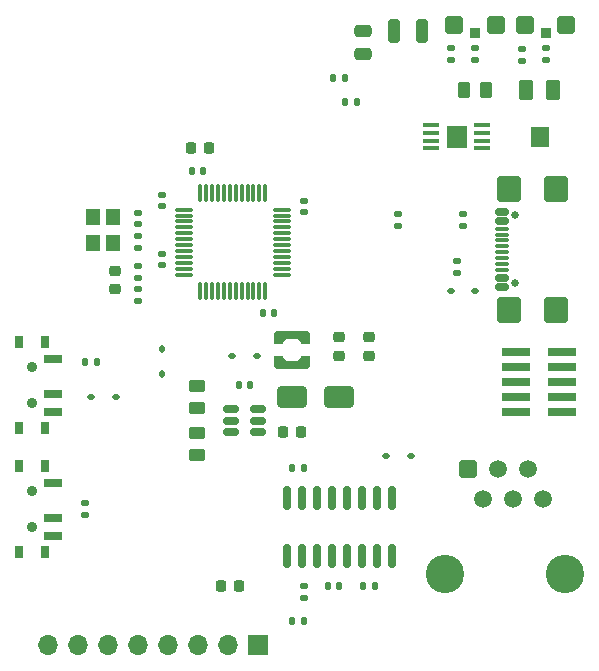
<source format=gbr>
%TF.GenerationSoftware,KiCad,Pcbnew,8.0.8*%
%TF.CreationDate,2025-04-01T12:31:35+02:00*%
%TF.ProjectId,reader,72656164-6572-42e6-9b69-6361645f7063,rev?*%
%TF.SameCoordinates,Original*%
%TF.FileFunction,Soldermask,Top*%
%TF.FilePolarity,Negative*%
%FSLAX46Y46*%
G04 Gerber Fmt 4.6, Leading zero omitted, Abs format (unit mm)*
G04 Created by KiCad (PCBNEW 8.0.8) date 2025-04-01 12:31:35*
%MOMM*%
%LPD*%
G01*
G04 APERTURE LIST*
G04 Aperture macros list*
%AMRoundRect*
0 Rectangle with rounded corners*
0 $1 Rounding radius*
0 $2 $3 $4 $5 $6 $7 $8 $9 X,Y pos of 4 corners*
0 Add a 4 corners polygon primitive as box body*
4,1,4,$2,$3,$4,$5,$6,$7,$8,$9,$2,$3,0*
0 Add four circle primitives for the rounded corners*
1,1,$1+$1,$2,$3*
1,1,$1+$1,$4,$5*
1,1,$1+$1,$6,$7*
1,1,$1+$1,$8,$9*
0 Add four rect primitives between the rounded corners*
20,1,$1+$1,$2,$3,$4,$5,0*
20,1,$1+$1,$4,$5,$6,$7,0*
20,1,$1+$1,$6,$7,$8,$9,0*
20,1,$1+$1,$8,$9,$2,$3,0*%
%AMFreePoly0*
4,1,11,0.760000,0.825000,0.380000,0.510000,0.380000,-0.510000,0.760000,-0.825000,0.760000,-1.525000,-0.125000,-1.525000,-0.380000,-1.270000,-0.380000,1.270000,-0.125000,1.525000,0.760000,1.525000,0.760000,0.825000,0.760000,0.825000,$1*%
G04 Aperture macros list end*
%ADD10RoundRect,0.140000X-0.140000X-0.170000X0.140000X-0.170000X0.140000X0.170000X-0.140000X0.170000X0*%
%ADD11RoundRect,0.250000X-0.500000X-0.500000X0.500000X-0.500000X0.500000X0.500000X-0.500000X0.500000X0*%
%ADD12RoundRect,0.225000X-0.225000X-0.225000X0.225000X-0.225000X0.225000X0.225000X-0.225000X0.225000X0*%
%ADD13RoundRect,0.225000X-0.225000X-0.250000X0.225000X-0.250000X0.225000X0.250000X-0.225000X0.250000X0*%
%ADD14RoundRect,0.135000X0.185000X-0.135000X0.185000X0.135000X-0.185000X0.135000X-0.185000X-0.135000X0*%
%ADD15RoundRect,0.250000X-0.450000X0.262500X-0.450000X-0.262500X0.450000X-0.262500X0.450000X0.262500X0*%
%ADD16RoundRect,0.140000X0.170000X-0.140000X0.170000X0.140000X-0.170000X0.140000X-0.170000X-0.140000X0*%
%ADD17RoundRect,0.112500X-0.187500X-0.112500X0.187500X-0.112500X0.187500X0.112500X-0.187500X0.112500X0*%
%ADD18C,0.650000*%
%ADD19RoundRect,0.150000X0.425000X-0.150000X0.425000X0.150000X-0.425000X0.150000X-0.425000X-0.150000X0*%
%ADD20RoundRect,0.075000X0.500000X-0.075000X0.500000X0.075000X-0.500000X0.075000X-0.500000X-0.075000X0*%
%ADD21RoundRect,0.250000X0.750000X-0.840000X0.750000X0.840000X-0.750000X0.840000X-0.750000X-0.840000X0*%
%ADD22RoundRect,0.250000X0.475000X-0.250000X0.475000X0.250000X-0.475000X0.250000X-0.475000X-0.250000X0*%
%ADD23RoundRect,0.250000X-0.350000X-0.625000X0.350000X-0.625000X0.350000X0.625000X-0.350000X0.625000X0*%
%ADD24RoundRect,0.250000X-0.550000X-0.625000X0.550000X-0.625000X0.550000X0.625000X-0.550000X0.625000X0*%
%ADD25RoundRect,0.253000X-0.347000X-0.622000X0.347000X-0.622000X0.347000X0.622000X-0.347000X0.622000X0*%
%ADD26RoundRect,0.250000X0.450000X-0.262500X0.450000X0.262500X-0.450000X0.262500X-0.450000X-0.262500X0*%
%ADD27RoundRect,0.225000X0.225000X0.250000X-0.225000X0.250000X-0.225000X-0.250000X0.225000X-0.250000X0*%
%ADD28R,0.800000X1.000000*%
%ADD29C,0.900000*%
%ADD30R,1.500000X0.700000*%
%ADD31FreePoly0,90.000000*%
%ADD32FreePoly0,270.000000*%
%ADD33RoundRect,0.135000X-0.185000X0.135000X-0.185000X-0.135000X0.185000X-0.135000X0.185000X0.135000X0*%
%ADD34R,2.400000X0.740000*%
%ADD35RoundRect,0.140000X-0.170000X0.140000X-0.170000X-0.140000X0.170000X-0.140000X0.170000X0.140000X0*%
%ADD36RoundRect,0.135000X0.135000X0.185000X-0.135000X0.185000X-0.135000X-0.185000X0.135000X-0.185000X0*%
%ADD37RoundRect,0.250000X-0.250000X-0.750000X0.250000X-0.750000X0.250000X0.750000X-0.250000X0.750000X0*%
%ADD38RoundRect,0.250000X-0.262500X-0.450000X0.262500X-0.450000X0.262500X0.450000X-0.262500X0.450000X0*%
%ADD39RoundRect,0.225000X-0.250000X0.225000X-0.250000X-0.225000X0.250000X-0.225000X0.250000X0.225000X0*%
%ADD40RoundRect,0.140000X0.140000X0.170000X-0.140000X0.170000X-0.140000X-0.170000X0.140000X-0.170000X0*%
%ADD41R,1.200000X1.400000*%
%ADD42RoundRect,0.250000X-1.000000X-0.650000X1.000000X-0.650000X1.000000X0.650000X-1.000000X0.650000X0*%
%ADD43R,1.700000X1.700000*%
%ADD44O,1.700000X1.700000*%
%ADD45RoundRect,0.112500X0.112500X-0.187500X0.112500X0.187500X-0.112500X0.187500X-0.112500X-0.187500X0*%
%ADD46RoundRect,0.218750X-0.256250X0.218750X-0.256250X-0.218750X0.256250X-0.218750X0.256250X0.218750X0*%
%ADD47RoundRect,0.150000X0.150000X-0.825000X0.150000X0.825000X-0.150000X0.825000X-0.150000X-0.825000X0*%
%ADD48RoundRect,0.150000X-0.512500X-0.150000X0.512500X-0.150000X0.512500X0.150000X-0.512500X0.150000X0*%
%ADD49RoundRect,0.075000X-0.662500X-0.075000X0.662500X-0.075000X0.662500X0.075000X-0.662500X0.075000X0*%
%ADD50RoundRect,0.075000X-0.075000X-0.662500X0.075000X-0.662500X0.075000X0.662500X-0.075000X0.662500X0*%
%ADD51RoundRect,0.100000X0.612500X0.100000X-0.612500X0.100000X-0.612500X-0.100000X0.612500X-0.100000X0*%
%ADD52R,1.730000X1.850000*%
%ADD53C,3.250000*%
%ADD54RoundRect,0.250000X-0.510000X-0.510000X0.510000X-0.510000X0.510000X0.510000X-0.510000X0.510000X0*%
%ADD55C,1.520000*%
G04 APERTURE END LIST*
D10*
%TO.C,C19*%
X157040000Y-67000000D03*
X158000000Y-67000000D03*
%TD*%
D11*
%TO.C,D8*%
X176750000Y-29500000D03*
X180250000Y-29500000D03*
D12*
X178500000Y-30150000D03*
%TD*%
D13*
%TO.C,C12*%
X156225000Y-64000000D03*
X157775000Y-64000000D03*
%TD*%
D14*
%TO.C,R7*%
X178500000Y-32510000D03*
X178500000Y-31490000D03*
%TD*%
D15*
%TO.C,R8*%
X149000000Y-60087500D03*
X149000000Y-61912500D03*
%TD*%
D16*
%TO.C,C7*%
X146000000Y-44850000D03*
X146000000Y-43890000D03*
%TD*%
D17*
%TO.C,D5*%
X164950000Y-66000000D03*
X167050000Y-66000000D03*
%TD*%
D18*
%TO.C,J4*%
X175895000Y-51390000D03*
X175895000Y-45610000D03*
D19*
X174820000Y-51700000D03*
X174820000Y-50900000D03*
D20*
X174820000Y-49750000D03*
X174820000Y-48750000D03*
X174820000Y-48250000D03*
X174820000Y-47250000D03*
D19*
X174820000Y-46100000D03*
X174820000Y-45300000D03*
X174820000Y-45300000D03*
X174820000Y-46100000D03*
D20*
X174820000Y-46750000D03*
X174820000Y-47750000D03*
X174820000Y-49250000D03*
X174820000Y-50250000D03*
D19*
X174820000Y-50900000D03*
X174820000Y-51700000D03*
D21*
X175395000Y-53610000D03*
X179325000Y-53610000D03*
X175395000Y-43390000D03*
X179325000Y-43390000D03*
%TD*%
D22*
%TO.C,C9*%
X163000000Y-31950000D03*
X163000000Y-30050000D03*
%TD*%
D23*
%TO.C,R2*%
X176850000Y-34975000D03*
D24*
X178000000Y-39025000D03*
D25*
X179150000Y-34975000D03*
%TD*%
D17*
%TO.C,D4*%
X170450000Y-52000000D03*
X172550000Y-52000000D03*
%TD*%
D26*
%TO.C,R9*%
X149000000Y-65912500D03*
X149000000Y-64087500D03*
%TD*%
D27*
%TO.C,C23*%
X152550000Y-77000000D03*
X151000000Y-77000000D03*
%TD*%
D28*
%TO.C,SW2*%
X136110000Y-56350000D03*
X133900000Y-56350000D03*
D29*
X135000000Y-58500000D03*
X135000000Y-61500000D03*
D28*
X136110000Y-63650000D03*
X133900000Y-63650000D03*
D30*
X136760000Y-57750000D03*
X136760000Y-60750000D03*
X136760000Y-62250000D03*
%TD*%
D10*
%TO.C,C20*%
X160040000Y-77000000D03*
X161000000Y-77000000D03*
%TD*%
D31*
%TO.C,L1*%
X157000000Y-58270000D03*
D32*
X157000000Y-55730000D03*
%TD*%
D33*
%TO.C,R11*%
X166000000Y-45490000D03*
X166000000Y-46510000D03*
%TD*%
D14*
%TO.C,R12*%
X171000000Y-50510000D03*
X171000000Y-49490000D03*
%TD*%
D34*
%TO.C,J3*%
X179900000Y-62270000D03*
X176000000Y-62270000D03*
X179900000Y-61000000D03*
X176000000Y-61000000D03*
X179900000Y-59730000D03*
X176000000Y-59730000D03*
X179900000Y-58460000D03*
X176000000Y-58460000D03*
X179900000Y-57190000D03*
X176000000Y-57190000D03*
%TD*%
D35*
%TO.C,C13*%
X144000000Y-51890000D03*
X144000000Y-52850000D03*
%TD*%
D36*
%TO.C,R10*%
X140510000Y-58000000D03*
X139490000Y-58000000D03*
%TD*%
D37*
%TO.C,J2*%
X168000000Y-30000000D03*
%TD*%
D16*
%TO.C,C10*%
X146000000Y-49850000D03*
X146000000Y-48890000D03*
%TD*%
D14*
%TO.C,R5*%
X172500000Y-32500000D03*
X172500000Y-31480000D03*
%TD*%
D35*
%TO.C,C16*%
X139500000Y-70020000D03*
X139500000Y-70980000D03*
%TD*%
D38*
%TO.C,R1*%
X171587500Y-35000000D03*
X173412500Y-35000000D03*
%TD*%
D16*
%TO.C,C4*%
X144000000Y-48370000D03*
X144000000Y-47410000D03*
%TD*%
D13*
%TO.C,C2*%
X148450000Y-39890000D03*
X150000000Y-39890000D03*
%TD*%
D39*
%TO.C,C15*%
X163510000Y-55950000D03*
X163510000Y-57500000D03*
%TD*%
D17*
%TO.C,D6*%
X140000000Y-61000000D03*
X142100000Y-61000000D03*
%TD*%
D10*
%TO.C,C6*%
X148520000Y-41890000D03*
X149480000Y-41890000D03*
%TD*%
D16*
%TO.C,C1*%
X144000000Y-46370000D03*
X144000000Y-45410000D03*
%TD*%
D14*
%TO.C,R6*%
X176500000Y-32520000D03*
X176500000Y-31500000D03*
%TD*%
D37*
%TO.C,J1*%
X165640000Y-30000000D03*
%TD*%
D40*
%TO.C,C3*%
X155480000Y-53890000D03*
X154520000Y-53890000D03*
%TD*%
D41*
%TO.C,Y1*%
X140150000Y-45790000D03*
X140150000Y-47990000D03*
X141850000Y-47990000D03*
X141850000Y-45790000D03*
%TD*%
D10*
%TO.C,C18*%
X157040000Y-80000000D03*
X158000000Y-80000000D03*
%TD*%
D33*
%TO.C,R13*%
X171500000Y-45480000D03*
X171500000Y-46500000D03*
%TD*%
D35*
%TO.C,C5*%
X158000000Y-44410000D03*
X158000000Y-45370000D03*
%TD*%
D17*
%TO.C,D3*%
X151950000Y-57500000D03*
X154050000Y-57500000D03*
%TD*%
D35*
%TO.C,C11*%
X144000000Y-49930000D03*
X144000000Y-50890000D03*
%TD*%
D42*
%TO.C,D2*%
X157000000Y-61000000D03*
X161000000Y-61000000D03*
%TD*%
D28*
%TO.C,SW1*%
X136110000Y-66850000D03*
X133900000Y-66850000D03*
D29*
X135000000Y-69000000D03*
X135000000Y-72000000D03*
D28*
X136110000Y-74150000D03*
X133900000Y-74150000D03*
D30*
X136760000Y-68250000D03*
X136760000Y-71250000D03*
X136760000Y-72750000D03*
%TD*%
D39*
%TO.C,C17*%
X161000000Y-55950000D03*
X161000000Y-57500000D03*
%TD*%
D10*
%TO.C,C14*%
X152520000Y-60000000D03*
X153480000Y-60000000D03*
%TD*%
D43*
%TO.C,J5*%
X154160000Y-82000000D03*
D44*
X151620000Y-82000000D03*
X149080000Y-82000000D03*
X146540000Y-82000000D03*
X144000000Y-82000000D03*
X141460000Y-82000000D03*
X138920000Y-82000000D03*
X136380000Y-82000000D03*
%TD*%
D45*
%TO.C,D1*%
X146000000Y-59050000D03*
X146000000Y-56950000D03*
%TD*%
D10*
%TO.C,C22*%
X163040000Y-77000000D03*
X164000000Y-77000000D03*
%TD*%
D46*
%TO.C,FB1*%
X142000000Y-50315000D03*
X142000000Y-51890000D03*
%TD*%
D36*
%TO.C,R3*%
X161510000Y-34000000D03*
X160490000Y-34000000D03*
%TD*%
D47*
%TO.C,U4*%
X156555000Y-74475000D03*
X157825000Y-74475000D03*
X159095000Y-74475000D03*
X160365000Y-74475000D03*
X161635000Y-74475000D03*
X162905000Y-74475000D03*
X164175000Y-74475000D03*
X165445000Y-74475000D03*
X165445000Y-69525000D03*
X164175000Y-69525000D03*
X162905000Y-69525000D03*
X161635000Y-69525000D03*
X160365000Y-69525000D03*
X159095000Y-69525000D03*
X157825000Y-69525000D03*
X156555000Y-69525000D03*
%TD*%
D48*
%TO.C,U3*%
X151862500Y-62050000D03*
X151862500Y-63000000D03*
X151862500Y-63950000D03*
X154137500Y-63950000D03*
X154137500Y-63000000D03*
X154137500Y-62050000D03*
%TD*%
D49*
%TO.C,U2*%
X147837500Y-45140000D03*
X147837500Y-45640000D03*
X147837500Y-46140000D03*
X147837500Y-46640000D03*
X147837500Y-47140000D03*
X147837500Y-47640000D03*
X147837500Y-48140000D03*
X147837500Y-48640000D03*
X147837500Y-49140000D03*
X147837500Y-49640000D03*
X147837500Y-50140000D03*
X147837500Y-50640000D03*
D50*
X149250000Y-52052500D03*
X149750000Y-52052500D03*
X150250000Y-52052500D03*
X150750000Y-52052500D03*
X151250000Y-52052500D03*
X151750000Y-52052500D03*
X152250000Y-52052500D03*
X152750000Y-52052500D03*
X153250000Y-52052500D03*
X153750000Y-52052500D03*
X154250000Y-52052500D03*
X154750000Y-52052500D03*
D49*
X156162500Y-50640000D03*
X156162500Y-50140000D03*
X156162500Y-49640000D03*
X156162500Y-49140000D03*
X156162500Y-48640000D03*
X156162500Y-48140000D03*
X156162500Y-47640000D03*
X156162500Y-47140000D03*
X156162500Y-46640000D03*
X156162500Y-46140000D03*
X156162500Y-45640000D03*
X156162500Y-45140000D03*
D50*
X154750000Y-43727500D03*
X154250000Y-43727500D03*
X153750000Y-43727500D03*
X153250000Y-43727500D03*
X152750000Y-43727500D03*
X152250000Y-43727500D03*
X151750000Y-43727500D03*
X151250000Y-43727500D03*
X150750000Y-43727500D03*
X150250000Y-43727500D03*
X149750000Y-43727500D03*
X149250000Y-43727500D03*
%TD*%
D51*
%TO.C,U1*%
X173112500Y-39950000D03*
X173112500Y-39300000D03*
X173112500Y-38650000D03*
X173112500Y-38000000D03*
X168787500Y-38000000D03*
X168787500Y-38650000D03*
X168787500Y-39300000D03*
X168787500Y-39950000D03*
D52*
X170950000Y-38975000D03*
%TD*%
D35*
%TO.C,C21*%
X158000000Y-77040000D03*
X158000000Y-78000000D03*
%TD*%
D14*
%TO.C,R4*%
X170500000Y-32510000D03*
X170500000Y-31490000D03*
%TD*%
D40*
%TO.C,C8*%
X162480000Y-36000000D03*
X161520000Y-36000000D03*
%TD*%
D11*
%TO.C,D7*%
X170750000Y-29500000D03*
X174250000Y-29500000D03*
D12*
X172500000Y-30150000D03*
%TD*%
D53*
%TO.C,J6*%
X170000000Y-76000000D03*
X180160000Y-76000000D03*
D54*
X171900000Y-67110000D03*
D55*
X173170000Y-69650000D03*
X174440000Y-67110000D03*
X175710000Y-69650000D03*
X176980000Y-67110000D03*
X178250000Y-69650000D03*
%TD*%
M02*

</source>
